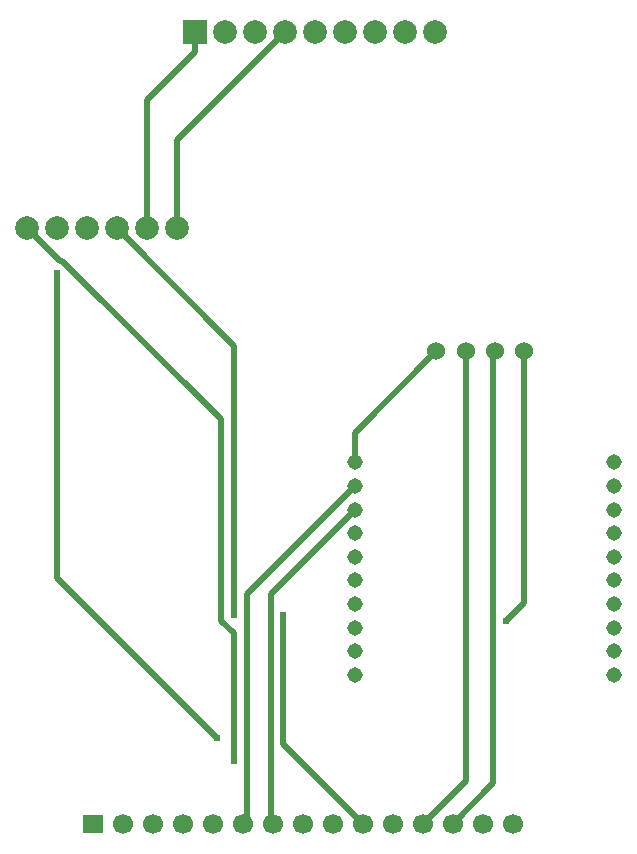
<source format=gbl>
G04 Layer: BottomLayer*
G04 EasyEDA v6.5.42, 2024-04-05 23:01:38*
G04 19b4a430252b4fb6b2096f344fa6e171,45826c4407594220944428adbfc87ba6,10*
G04 Gerber Generator version 0.2*
G04 Scale: 100 percent, Rotated: No, Reflected: No *
G04 Dimensions in millimeters *
G04 leading zeros omitted , absolute positions ,4 integer and 5 decimal *
%FSLAX45Y45*%
%MOMM*%

%ADD10C,0.5000*%
%ADD11C,1.3081*%
%ADD12C,2.0000*%
%ADD13C,1.7000*%
%ADD14R,1.7000X1.5748*%
%ADD15C,1.5240*%
%ADD16R,2.0000X2.0000*%
%ADD17C,0.6100*%

%LPD*%
D10*
X7536314Y9296400D02*
G01*
X7536314Y5656706D01*
X7175507Y5295900D01*
X7784320Y9296400D02*
G01*
X7770756Y9282836D01*
X7770756Y5637148D01*
X7429507Y5295900D01*
X5578889Y7058329D02*
G01*
X5578889Y9343618D01*
X4584707Y10337800D01*
X6667507Y5295900D02*
G01*
X5990826Y5972581D01*
X5990826Y7058329D01*
X5651507Y5295900D02*
G01*
X5684553Y5328945D01*
X5684553Y7243241D01*
X6596209Y8154898D01*
X6007107Y12001500D02*
G01*
X5092707Y11087100D01*
X5092707Y10337800D01*
X8032300Y9296400D02*
G01*
X8032300Y7165162D01*
X7876420Y7009282D01*
X6596209Y8354898D02*
G01*
X6596209Y8604300D01*
X7288309Y9296400D01*
X5245107Y11826443D02*
G01*
X4838707Y11420043D01*
X4838707Y10337800D01*
X5245107Y12001500D02*
G01*
X5245107Y11826443D01*
X6596209Y7954898D02*
G01*
X5885162Y7243851D01*
X5885162Y5316245D01*
X5905507Y5295900D01*
X3822707Y10337800D02*
G01*
X4098246Y10062260D01*
X4122021Y10062260D01*
X5465909Y8718372D01*
X5465909Y7014565D01*
X5465935Y7014565D01*
X5572513Y6907987D01*
X5572513Y5823915D01*
X4078231Y9956596D02*
G01*
X4078231Y7374509D01*
X5433524Y6019215D01*
D11*
G01*
X6596202Y8354898D03*
G01*
X6596202Y8154898D03*
G01*
X6596202Y7954898D03*
G01*
X6596202Y7754899D03*
G01*
X6596202Y7554899D03*
G01*
X6596202Y7354900D03*
G01*
X6596202Y7154900D03*
G01*
X6596202Y6954901D03*
G01*
X6596202Y6754901D03*
G01*
X6596202Y6554901D03*
G01*
X8796197Y6554901D03*
G01*
X8796197Y6754901D03*
G01*
X8796197Y6954901D03*
G01*
X8796197Y7154900D03*
G01*
X8796197Y7354900D03*
G01*
X8796197Y7554899D03*
G01*
X8796197Y7754899D03*
G01*
X8796197Y7954898D03*
G01*
X8796197Y8154898D03*
G01*
X8796197Y8354898D03*
D12*
G01*
X5092700Y10337800D03*
G01*
X4838700Y10337800D03*
G01*
X4584700Y10337800D03*
G01*
X4330700Y10337800D03*
G01*
X4076700Y10337800D03*
G01*
X3822700Y10337800D03*
D13*
G01*
X7937500Y5295900D03*
G01*
X7683500Y5295900D03*
G01*
X7429500Y5295900D03*
G01*
X7175500Y5295900D03*
G01*
X6921500Y5295900D03*
G01*
X6667500Y5295900D03*
G01*
X6413500Y5295900D03*
G01*
X6159500Y5295900D03*
G01*
X5905500Y5295900D03*
G01*
X5651500Y5295900D03*
G01*
X5397500Y5295900D03*
G01*
X5143500Y5295900D03*
G01*
X4889500Y5295900D03*
G01*
X4635500Y5295900D03*
D14*
G01*
X4381500Y5295900D03*
D15*
G01*
X7288301Y9296400D03*
G01*
X7536306Y9296400D03*
G01*
X7784312Y9296400D03*
G01*
X8032292Y9296400D03*
D16*
G01*
X5245100Y12001500D03*
D12*
G01*
X5499100Y12001500D03*
G01*
X5753100Y12001500D03*
G01*
X6007100Y12001500D03*
G01*
X6261100Y12001500D03*
G01*
X6515100Y12001500D03*
G01*
X6769100Y12001500D03*
G01*
X7023100Y12001500D03*
G01*
X7277100Y12001500D03*
D17*
G01*
X4078231Y9956596D03*
G01*
X5433524Y6019215D03*
G01*
X5572513Y5823915D03*
G01*
X7876420Y7009282D03*
G01*
X5578889Y7058329D03*
G01*
X5990826Y7058329D03*
M02*

</source>
